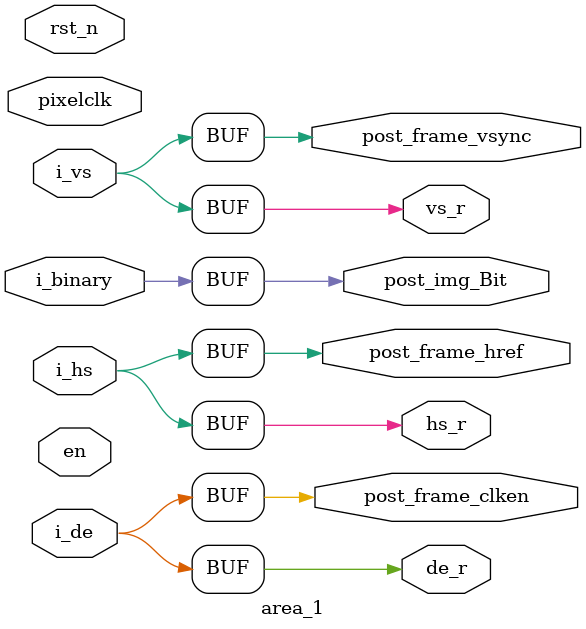
<source format=v>
module area_1(
input					pixelclk,
input                   rst_n,
input                   en,
input                   i_binary,
input					i_hs,
input					i_vs,
input					i_de,
//input     [23:0]        i_rgb_1,
//
//output    [23:0]        o_rgb_1_6,
output    wire           hs_r,
output    wire           vs_r,
output    wire           de_r,
output    wire			post_frame_vsync,
output    wire			post_frame_href,	
output    wire			post_frame_clken,	
output    wire			post_img_Bit




   );


 
 assign hs_r    = i_hs;
 assign vs_r    =i_vs;
 assign de_r    = i_de;

               

 assign   post_frame_vsync=i_vs ;  
 assign   post_frame_href =i_hs  ;	 
 assign   post_frame_clken=i_de ;	 
 assign   post_img_Bit =i_binary ;  




	

 
endmodule
</source>
